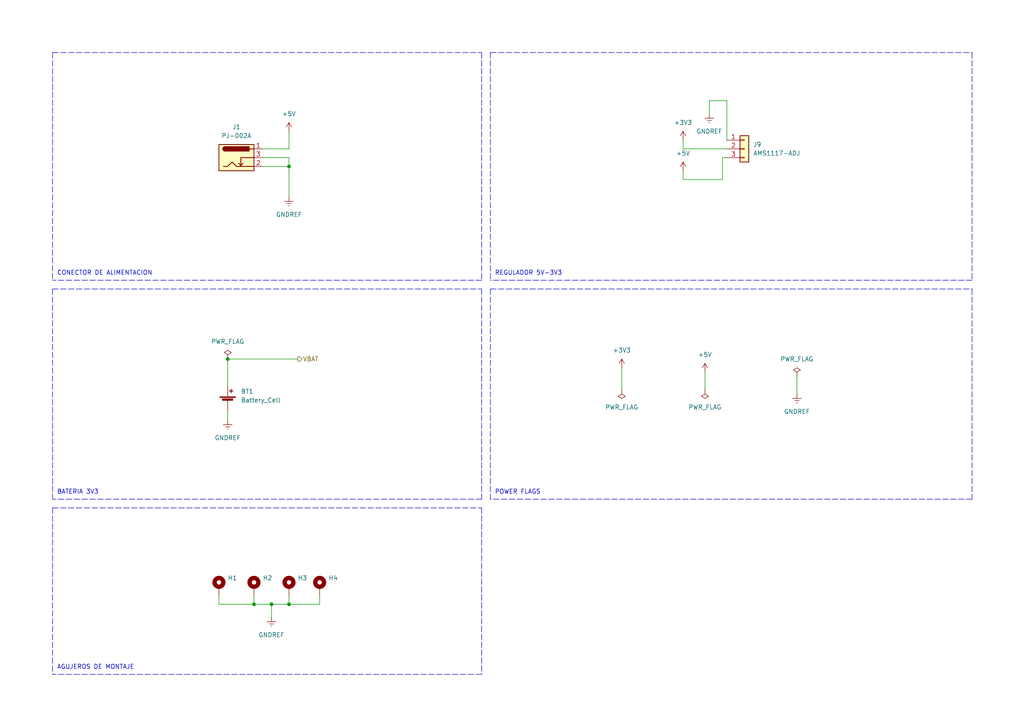
<source format=kicad_sch>
(kicad_sch (version 20211123) (generator eeschema)
  (paper "A4")
  (title_block (title "Proyecto TD2") (date "2022-10-21") (rev "v1.0") (company "UTN - FRBA") (comment 1 "Grupo 2") (comment 2 "Integrantes: Cristian Torres, Jonathan Yujra, Ovidio Argani"))
  (lib_symbols
    (symbol "Connector:Barrel_Jack_Switch" (pin_names hide)
      (property "Reference" "J" (at 0 5.334 0))
      (property "Value" "Barrel_Jack_Switch" (at 0 -5.08 0))
      (symbol "Barrel_Jack_Switch_0_1"
        (rectangle (start -5.08 3.81) (end 5.08 -3.81) (stroke (width 0.254)) (fill (type background)))
        (arc (start -3.302 3.175) (mid -3.937 2.54) (end -3.302 1.905) (stroke (width 0.254)))
        (arc (start -3.302 3.175) (mid -3.937 2.54) (end -3.302 1.905) (stroke (width 0.254)) (fill (type outline)))
        (polyline (pts (xy 1.27 -2.286) (xy 1.905 -1.651)) (stroke (width 0.254)))
        (polyline (pts (xy 5.08 2.54) (xy 3.81 2.54)) (stroke (width 0.254)))
        (polyline (pts (xy 5.08 0) (xy 1.27 0) (xy 1.27 -2.286) (xy 0.635 -1.651)) (stroke (width 0.254)))
        (polyline (pts (xy -3.81 -2.54) (xy -2.54 -2.54) (xy -1.27 -1.27) (xy 0 -2.54) (xy 2.54 -2.54) (xy 5.08 -2.54)) (stroke (width 0.254)))
        (rectangle (start 3.683 3.175) (end -3.302 1.905) (stroke (width 0.254)) (fill (type outline)))
      )
      (symbol "Barrel_Jack_Switch_1_1"
        (pin passive line (at 7.62 2.54 180) (length 2.54) (name "~") (number "1"))
        (pin passive line (at 7.62 -2.54 180) (length 2.54) (name "~") (number "2"))
        (pin passive line (at 7.62 0 180) (length 2.54) (name "~") (number "3"))
      )
    )
    (symbol "Connector_Generic:Conn_01x03" (pin_names (offset 1.016) hide)
      (property "Reference" "J" (at 0 5.08 0))
      (property "Value" "Conn_01x03" (at 0 -5.08 0))
      (symbol "Conn_01x03_1_1"
        (rectangle (start -1.27 -2.413) (end 0 -2.667) (stroke (width 0.1524)))
        (rectangle (start -1.27 0.127) (end 0 -0.127) (stroke (width 0.1524)))
        (rectangle (start -1.27 2.667) (end 0 2.413) (stroke (width 0.1524)))
        (rectangle (start -1.27 3.81) (end 1.27 -3.81) (stroke (width 0.254)) (fill (type background)))
        (pin passive line (at -5.08 2.54 0) (length 3.81) (name "Pin_1") (number "1"))
        (pin passive line (at -5.08 0 0) (length 3.81) (name "Pin_2") (number "2"))
        (pin passive line (at -5.08 -2.54 0) (length 3.81) (name "Pin_3") (number "3"))
      )
    )
    (symbol "Device:Battery_Cell" (pin_numbers hide) (pin_names (offset 0) hide)
      (property "Reference" "BT" (at 2.54 2.54 0))
      (property "Value" "Battery_Cell" (at 2.54 0 0))
      (symbol "Battery_Cell_0_1"
        (rectangle (start -2.286 1.778) (end 2.286 1.524) (fill (type outline)))
        (rectangle (start -1.5748 1.1938) (end 1.4732 0.6858) (fill (type outline)))
        (polyline (pts (xy 0 0.762) (xy 0 0)))
        (polyline (pts (xy 0 1.778) (xy 0 2.54)))
        (polyline (pts (xy 0.508 3.429) (xy 1.524 3.429)) (stroke (width 0.254)))
        (polyline (pts (xy 1.016 3.937) (xy 1.016 2.921)) (stroke (width 0.254)))
      )
      (symbol "Battery_Cell_1_1"
        (pin passive line (at 0 5.08 270) (length 2.54) (name "+") (number "1"))
        (pin passive line (at 0 -2.54 90) (length 2.54) (name "-") (number "2"))
      )
    )
    (symbol "Mechanical:MountingHole_Pad" (pin_numbers hide) (pin_names (offset 1.016) hide)
      (property "Reference" "H" (at 0 6.35 0))
      (property "Value" "MountingHole_Pad" (at 0 4.445 0))
      (symbol "MountingHole_Pad_0_1"
        (circle (center 0 1.27) (radius 1.27) (stroke (width 1.27)))
      )
      (symbol "MountingHole_Pad_1_1"
        (pin input line (at 0 -2.54 90) (length 2.54) (name "1") (number "1"))
      )
    )
    (symbol "power:+3V3" (power) (pin_names (offset 0))
      (property "Value" "+3V3" (at 0 3.556 0))
      (symbol "+3V3_0_1"
        (polyline (pts (xy -0.762 1.27) (xy 0 2.54)))
        (polyline (pts (xy 0 0) (xy 0 2.54)))
        (polyline (pts (xy 0 2.54) (xy 0.762 1.27)))
      )
      (symbol "+3V3_1_1"
        (pin power_in line (at 0 0 90) (length 0) hide (name "+3V3") (number "1"))
      )
    )
    (symbol "power:+5V" (power) (pin_names (offset 0))
      (property "Value" "+5V" (at 0 3.556 0))
      (symbol "+5V_0_1"
        (polyline (pts (xy -0.762 1.27) (xy 0 2.54)))
        (polyline (pts (xy 0 0) (xy 0 2.54)))
        (polyline (pts (xy 0 2.54) (xy 0.762 1.27)))
      )
      (symbol "+5V_1_1"
        (pin power_in line (at 0 0 90) (length 0) hide (name "+5V") (number "1"))
      )
    )
    (symbol "power:GNDREF" (power) (pin_names (offset 0))
      (property "Value" "GNDREF" (at 0 -3.81 0))
      (symbol "GNDREF_0_1"
        (polyline (pts (xy -0.635 -1.905) (xy 0.635 -1.905)))
        (polyline (pts (xy -0.127 -2.54) (xy 0.127 -2.54)))
        (polyline (pts (xy 0 -1.27) (xy 0 0)))
        (polyline (pts (xy 1.27 -1.27) (xy -1.27 -1.27)))
      )
      (symbol "GNDREF_1_1"
        (pin power_in line (at 0 0 270) (length 0) hide (name "GNDREF") (number "1"))
      )
    )
    (symbol "power:PWR_FLAG" (power) (pin_numbers hide) (pin_names (offset 0) hide)
      (property "Value" "PWR_FLAG" (at 0 3.81 0))
      (symbol "PWR_FLAG_0_0"
        (pin power_out line (at 0 0 90) (length 0) (name "pwr") (number "1"))
      )
      (symbol "PWR_FLAG_0_1"
        (polyline (pts (xy 0 0) (xy 0 1.27) (xy -1.016 1.905) (xy 0 2.54) (xy 1.016 1.905) (xy 0 1.27)))
      )
    )
  )
  (junction (at 73.66 175.26))
  (junction (at 83.82 175.26))
  (junction (at 78.74 175.26))
  (junction (at 83.82 48.26))
  (junction (at 66.04 104.14))
  (polyline (pts (xy 15.24 147.32) (xy 139.7 147.32)))
  (wire (pts (xy 63.5 175.26) (xy 73.66 175.26)))
  (wire (pts (xy 83.82 38.1) (xy 83.82 43.18)))
  (polyline (pts (xy 281.94 83.82) (xy 281.94 144.78)))
  (wire (pts (xy 73.66 172.72) (xy 73.66 175.26)))
  (polyline (pts (xy 15.24 15.24) (xy 139.7 15.24)))
  (polyline (pts (xy 139.7 147.32) (xy 139.7 195.58)))
  (wire (pts (xy 83.82 45.72) (xy 83.82 48.26)))
  (wire (pts (xy 205.74 29.21) (xy 205.74 33.02)))
  (polyline (pts (xy 15.24 15.24) (xy 15.24 81.28)))
  (polyline (pts (xy 281.94 15.24) (xy 281.94 81.28)))
  (polyline (pts (xy 139.7 15.24) (xy 139.7 81.28)))
  (wire (pts (xy 198.12 49.53) (xy 198.12 52.07)))
  (wire (pts (xy 76.2 45.72) (xy 83.82 45.72)))
  (wire (pts (xy 83.82 48.26) (xy 83.82 57.15)))
  (wire (pts (xy 76.2 48.26) (xy 83.82 48.26)))
  (polyline (pts (xy 139.7 195.58) (xy 15.24 195.58)))
  (polyline (pts (xy 142.24 83.82) (xy 281.94 83.82)))
  (wire (pts (xy 204.47 107.95) (xy 204.47 113.03)))
  (polyline (pts (xy 281.94 81.28) (xy 142.24 81.28)))
  (wire (pts (xy 231.14 109.22) (xy 231.14 114.3)))
  (wire (pts (xy 210.82 29.21) (xy 205.74 29.21)))
  (wire (pts (xy 66.04 104.14) (xy 66.04 111.76)))
  (wire (pts (xy 210.82 40.64) (xy 210.82 29.21)))
  (wire (pts (xy 209.55 45.72) (xy 209.55 52.07)))
  (wire (pts (xy 210.82 45.72) (xy 209.55 45.72)))
  (wire (pts (xy 63.5 172.72) (xy 63.5 175.26)))
  (wire (pts (xy 78.74 175.26) (xy 78.74 179.07)))
  (polyline (pts (xy 142.24 83.82) (xy 142.24 144.78)))
  (polyline (pts (xy 15.24 147.32) (xy 15.24 195.58)))
  (wire (pts (xy 78.74 175.26) (xy 83.82 175.26)))
  (wire (pts (xy 66.04 119.38) (xy 66.04 121.92)))
  (wire (pts (xy 92.71 175.26) (xy 83.82 175.26)))
  (wire (pts (xy 86.36 104.14) (xy 66.04 104.14)))
  (polyline (pts (xy 139.7 81.28) (xy 15.24 81.28)))
  (wire (pts (xy 198.12 40.64) (xy 198.12 43.18)))
  (polyline (pts (xy 142.24 15.24) (xy 281.94 15.24)))
  (wire (pts (xy 198.12 43.18) (xy 210.82 43.18)))
  (polyline (pts (xy 15.24 83.82) (xy 139.7 83.82)))
  (polyline (pts (xy 139.7 144.78) (xy 15.24 144.78)))
  (wire (pts (xy 92.71 172.72) (xy 92.71 175.26)))
  (wire (pts (xy 73.66 175.26) (xy 78.74 175.26)))
  (wire (pts (xy 180.34 106.68) (xy 180.34 113.03)))
  (wire (pts (xy 209.55 52.07) (xy 198.12 52.07)))
  (polyline (pts (xy 15.24 83.82) (xy 15.24 144.78)))
  (polyline (pts (xy 281.94 144.78) (xy 142.24 144.78)))
  (wire (pts (xy 83.82 172.72) (xy 83.82 175.26)))
  (wire (pts (xy 76.2 43.18) (xy 83.82 43.18)))
  (polyline (pts (xy 142.24 15.24) (xy 142.24 81.28)))
  (polyline (pts (xy 139.7 83.82) (xy 139.7 144.78)))
  (text "CONECTOR DE ALIMENTACION\n" (at 16.51 80.01 0) (effects (font (size 1.27 1.27)) (justify left bottom)))
  (text "BATERIA 3V3" (at 16.51 143.51 0) (effects (font (size 1.27 1.27)) (justify left bottom)))
  (text "AGUJEROS DE MONTAJE" (at 16.51 194.31 0) (effects (font (size 1.27 1.27)) (justify left bottom)))
  (text "REGULADOR 5V-3V3" (at 143.51 80.01 0) (effects (font (size 1.27 1.27)) (justify left bottom)))
  (text "POWER FLAGS" (at 143.51 143.51 0) (effects (font (size 1.27 1.27)) (justify left bottom)))
  (hierarchical_label "VBAT" (shape output) (at 86.36 104.14 0))
  (symbol (lib_id "Connector:Barrel_Jack_Switch") (at 68.58 45.72 0) (unit 1)
    (property "Reference" "J1" (at 68.58 36.83 0))
    (property "Value" "PJ-002A" (at 68.58 39.37 0))
    (property "Footprint" "Proyecto:PJ-002A" (effects hide))
    (property "Datasheet" "https://www.cuidevices.com/product/resource/pj-002a.pdf" (effects hide))
  )
  (symbol (lib_id "power:GNDREF") (at 78.74 179.07 0) (unit 1)
    (property "Reference" "#PWR07" (effects hide))
    (property "Value" "GNDREF" (at 78.74 184.15 0))
  )
  (symbol (lib_id "power:PWR_FLAG") (at 180.34 113.03 0) (mirror x) (unit 1)
    (property "Reference" "#FLG0101" (effects hide))
    (property "Value" "PWR_FLAG" (at 180.34 118.11 0))
  )
  (symbol (lib_id "Mechanical:MountingHole_Pad") (at 83.82 170.18 0) (unit 1)
    (property "Reference" "H3" (at 86.36 167.6399 0) (effects (justify left)))
    (property "Value" "MountingHole_Pad" (effects hide))
    (property "Footprint" "MountingHole:MountingHole_2.5mm_Pad" (effects hide))
  )
  (symbol (lib_id "power:GNDREF") (at 66.04 121.92 0) (unit 1)
    (property "Reference" "#PWR0117" (effects hide))
    (property "Value" "GNDREF" (at 66.04 127 0))
  )
  (symbol (lib_id "power:GNDREF") (at 83.82 57.15 0) (unit 1)
    (property "Reference" "#PWR0115" (effects hide))
    (property "Value" "GNDREF" (at 83.82 62.23 0))
  )
  (symbol (lib_id "power:GNDREF") (at 231.14 114.3 0) (unit 1)
    (property "Reference" "#PWR0114" (effects hide))
    (property "Value" "GNDREF" (at 231.14 119.38 0))
  )
  (symbol (lib_id "power:+5V") (at 198.12 49.53 0) (unit 1)
    (property "Reference" "#PWR0105" (effects hide))
    (property "Value" "+5V" (at 198.12 44.45 0))
  )
  (symbol (lib_id "power:PWR_FLAG") (at 204.47 113.03 0) (mirror x) (unit 1)
    (property "Reference" "#FLG0102" (effects hide))
    (property "Value" "PWR_FLAG" (at 204.47 118.11 0))
  )
  (symbol (lib_id "Mechanical:MountingHole_Pad") (at 63.5 170.18 0) (unit 1)
    (property "Reference" "H1" (at 66.04 167.6399 0) (effects (justify left)))
    (property "Value" "MountingHole_Pad" (effects hide))
    (property "Footprint" "MountingHole:MountingHole_2.5mm_Pad" (effects hide))
  )
  (symbol (lib_id "power:+3V3") (at 180.34 106.68 0) (unit 1)
    (property "Reference" "#PWR0111" (effects hide))
    (property "Value" "+3V3" (at 180.34 101.6 0))
  )
  (symbol (lib_id "power:PWR_FLAG") (at 66.04 104.14 0) (unit 1)
    (property "Reference" "#FLG01" (effects hide))
    (property "Value" "PWR_FLAG" (at 66.04 99.06 0))
  )
  (symbol (lib_id "power:+3V3") (at 198.12 40.64 0) (unit 1)
    (property "Reference" "#PWR0110" (effects hide))
    (property "Value" "+3V3" (at 198.12 35.56 0))
  )
  (symbol (lib_id "Device:Battery_Cell") (at 66.04 116.84 0) (unit 1)
    (property "Reference" "BT1" (at 69.85 113.5379 0) (effects (justify left)))
    (property "Value" "Battery_Cell" (at 69.85 116.0779 0) (effects (justify left)))
    (property "Footprint" "Battery:BatteryHolder_Keystone_103_1x20mm" (effects hide))
    (property "Datasheet" "https://www.keyelco.com/userAssets/file/M65p5.pdf" (effects hide))
  )
  (symbol (lib_id "power:+5V") (at 204.47 107.95 0) (unit 1)
    (property "Reference" "#PWR0113" (effects hide))
    (property "Value" "+5V" (at 204.47 102.87 0))
  )
  (symbol (lib_id "Mechanical:MountingHole_Pad") (at 73.66 170.18 0) (unit 1)
    (property "Reference" "H2" (at 76.2 167.6399 0) (effects (justify left)))
    (property "Value" "MountingHole_Pad" (effects hide))
    (property "Footprint" "MountingHole:MountingHole_2.5mm_Pad" (effects hide))
  )
  (symbol (lib_id "power:GNDREF") (at 205.74 33.02 0) (unit 1)
    (property "Reference" "#PWR0106" (effects hide))
    (property "Value" "GNDREF" (at 205.74 38.1 0))
  )
  (symbol (lib_id "power:PWR_FLAG") (at 231.14 109.22 0) (unit 1)
    (property "Reference" "#FLG0103" (effects hide))
    (property "Value" "PWR_FLAG" (at 231.14 104.14 0))
  )
  (symbol (lib_id "power:+5V") (at 83.82 38.1 0) (unit 1)
    (property "Reference" "#PWR0116" (effects hide))
    (property "Value" "+5V" (at 83.82 33.02 0))
  )
  (symbol (lib_id "Connector_Generic:Conn_01x03") (at 215.9 43.18 0) (unit 1)
    (property "Reference" "J9" (at 218.44 41.9099 0) (effects (justify left)))
    (property "Value" "AMS1117-ADJ" (at 218.44 44.4499 0) (effects (justify left)))
    (property "Footprint" "Proyecto:AMS1117-ADJ" (effects hide))
    (property "Datasheet" "https://media.digikey.com/pdf/Data%20Sheets/Sullins%20PDFs/Female_Headers.100_DS.pdf" (effects hide))
  )
  (symbol (lib_id "Mechanical:MountingHole_Pad") (at 92.71 170.18 0) (unit 1)
    (property "Reference" "H4" (at 95.25 167.6399 0) (effects (justify left)))
    (property "Value" "MountingHole_Pad" (effects hide))
    (property "Footprint" "MountingHole:MountingHole_2.5mm_Pad" (effects hide))
  )
)
</source>
